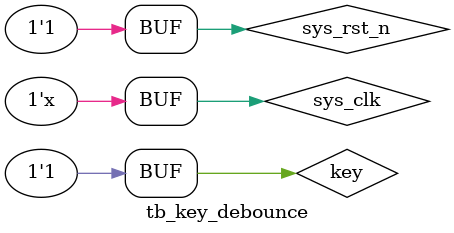
<source format=v>
`timescale 1ns/1ns

module tb_key_debounce ();
reg sys_clk;
reg sys_rst_n;
reg key;
wire key_flt;
initial begin
    sys_clk   <= 1'b0;
    sys_rst_n <= 1'b0;
    key       <= 1'b1;
    #20
    sys_rst_n <= 1'b1;
    #100
    key       <= 1'b0;
    #10 key   <= 1'b1;#5  key       <= 1'b0;
    #10 key   <= 1'b1;#5  key       <= 1'b0;
    #200
    key       <= 1'b1;
    #200
    key       <= 1'b0;
    #10 key   <= 1'b1;#5  key       <= 1'b0;
    #10 key   <= 1'b1;#5  key       <= 1'b0;
    #200
    key       <= 1'b1;
end
always #1 sys_clk <= ~sys_clk;

key_debounce #(.COUNT_DLY (20'd50))
u_key_debounce(
    .sys_clk   (sys_clk),
    .sys_rst_n (sys_rst_n),
    .key       (key)  ,
    .key_flt   (key_flt)

);

    
endmodule
</source>
